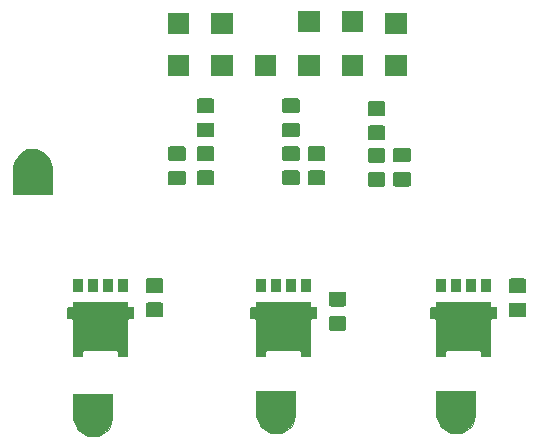
<source format=gbr>
G04 #@! TF.GenerationSoftware,KiCad,Pcbnew,(5.1.4)-1*
G04 #@! TF.CreationDate,2019-11-24T23:21:18+05:30*
G04 #@! TF.ProjectId,half_bridge_fd6288_v3.0,68616c66-5f62-4726-9964-67655f666436,rev?*
G04 #@! TF.SameCoordinates,Original*
G04 #@! TF.FileFunction,Soldermask,Bot*
G04 #@! TF.FilePolarity,Negative*
%FSLAX46Y46*%
G04 Gerber Fmt 4.6, Leading zero omitted, Abs format (unit mm)*
G04 Created by KiCad (PCBNEW (5.1.4)-1) date 2019-11-24 23:21:18*
%MOMM*%
%LPD*%
G04 APERTURE LIST*
%ADD10C,0.100000*%
%ADD11C,0.150000*%
G04 APERTURE END LIST*
D10*
G36*
X40386000Y-98679000D02*
G01*
X40894000Y-99187000D01*
X41148000Y-99949000D01*
X41148000Y-102235000D01*
X37846000Y-102235000D01*
X37846000Y-99822000D01*
X37973000Y-99441000D01*
X38227000Y-99060000D01*
X38608000Y-98679000D01*
X38989000Y-98425000D01*
X39751000Y-98425000D01*
X40386000Y-98679000D01*
G37*
X40386000Y-98679000D02*
X40894000Y-99187000D01*
X41148000Y-99949000D01*
X41148000Y-102235000D01*
X37846000Y-102235000D01*
X37846000Y-99822000D01*
X37973000Y-99441000D01*
X38227000Y-99060000D01*
X38608000Y-98679000D01*
X38989000Y-98425000D01*
X39751000Y-98425000D01*
X40386000Y-98679000D01*
G36*
X46228000Y-121285000D02*
G01*
X45974000Y-122110500D01*
X45085000Y-122682000D01*
X44069000Y-122682000D01*
X43307000Y-122174000D01*
X42926000Y-121285000D01*
X42926000Y-119126000D01*
X46228000Y-119126000D01*
X46228000Y-121285000D01*
G37*
X46228000Y-121285000D02*
X45974000Y-122110500D01*
X45085000Y-122682000D01*
X44069000Y-122682000D01*
X43307000Y-122174000D01*
X42926000Y-121285000D01*
X42926000Y-119126000D01*
X46228000Y-119126000D01*
X46228000Y-121285000D01*
G36*
X61722000Y-121031000D02*
G01*
X61468000Y-121856500D01*
X60579000Y-122428000D01*
X59563000Y-122428000D01*
X58801000Y-121920000D01*
X58420000Y-121031000D01*
X58420000Y-118872000D01*
X61722000Y-118872000D01*
X61722000Y-121031000D01*
G37*
X61722000Y-121031000D02*
X61468000Y-121856500D01*
X60579000Y-122428000D01*
X59563000Y-122428000D01*
X58801000Y-121920000D01*
X58420000Y-121031000D01*
X58420000Y-118872000D01*
X61722000Y-118872000D01*
X61722000Y-121031000D01*
G36*
X76962000Y-121031000D02*
G01*
X76708000Y-121856500D01*
X75819000Y-122428000D01*
X74803000Y-122428000D01*
X74041000Y-121920000D01*
X73660000Y-121031000D01*
X73660000Y-118872000D01*
X76962000Y-118872000D01*
X76962000Y-121031000D01*
G37*
X76962000Y-121031000D02*
X76708000Y-121856500D01*
X75819000Y-122428000D01*
X74803000Y-122428000D01*
X74041000Y-121920000D01*
X73660000Y-121031000D01*
X73660000Y-118872000D01*
X76962000Y-118872000D01*
X76962000Y-121031000D01*
D11*
G36*
X78235999Y-111395737D02*
G01*
X78245608Y-111398652D01*
X78254472Y-111403390D01*
X78262237Y-111409763D01*
X78268610Y-111417528D01*
X78273348Y-111426392D01*
X78276263Y-111436001D01*
X78277852Y-111452140D01*
X78277852Y-111649149D01*
X78280254Y-111673535D01*
X78287367Y-111696984D01*
X78298918Y-111718595D01*
X78314463Y-111737537D01*
X78333405Y-111753082D01*
X78355016Y-111764633D01*
X78378465Y-111771746D01*
X78402851Y-111774148D01*
X78714860Y-111774148D01*
X78730999Y-111775737D01*
X78740608Y-111778652D01*
X78749472Y-111783390D01*
X78757237Y-111789763D01*
X78763610Y-111797528D01*
X78768348Y-111806392D01*
X78771263Y-111816001D01*
X78772852Y-111832140D01*
X78772852Y-112769860D01*
X78771263Y-112785999D01*
X78768348Y-112795608D01*
X78763610Y-112804472D01*
X78757237Y-112812237D01*
X78749472Y-112818610D01*
X78740608Y-112823348D01*
X78730999Y-112826263D01*
X78714860Y-112827852D01*
X78402851Y-112827852D01*
X78378465Y-112830254D01*
X78355016Y-112837367D01*
X78333405Y-112848918D01*
X78314463Y-112864463D01*
X78298918Y-112883405D01*
X78287367Y-112905016D01*
X78280254Y-112928465D01*
X78277852Y-112952851D01*
X78277852Y-115969860D01*
X78276263Y-115985999D01*
X78273348Y-115995608D01*
X78268610Y-116004472D01*
X78262237Y-116012237D01*
X78254472Y-116018610D01*
X78245608Y-116023348D01*
X78235999Y-116026263D01*
X78219860Y-116027852D01*
X77482140Y-116027852D01*
X77466001Y-116026263D01*
X77456392Y-116023348D01*
X77447528Y-116018610D01*
X77439763Y-116012237D01*
X77433390Y-116004472D01*
X77428652Y-115995608D01*
X77425737Y-115985999D01*
X77424148Y-115969860D01*
X77424148Y-115657851D01*
X77421746Y-115633465D01*
X77414633Y-115610016D01*
X77403082Y-115588405D01*
X77387537Y-115569463D01*
X77368595Y-115553918D01*
X77346984Y-115542367D01*
X77323535Y-115535254D01*
X77299149Y-115532852D01*
X74592851Y-115532852D01*
X74568465Y-115535254D01*
X74545016Y-115542367D01*
X74523405Y-115553918D01*
X74504463Y-115569463D01*
X74488918Y-115588405D01*
X74477367Y-115610016D01*
X74470254Y-115633465D01*
X74467852Y-115657851D01*
X74467852Y-115969860D01*
X74466263Y-115985999D01*
X74463348Y-115995608D01*
X74458610Y-116004472D01*
X74452237Y-116012237D01*
X74444472Y-116018610D01*
X74435608Y-116023348D01*
X74425999Y-116026263D01*
X74409860Y-116027852D01*
X73672140Y-116027852D01*
X73656001Y-116026263D01*
X73646392Y-116023348D01*
X73637528Y-116018610D01*
X73629763Y-116012237D01*
X73623390Y-116004472D01*
X73618652Y-115995608D01*
X73615737Y-115985999D01*
X73614148Y-115969860D01*
X73614148Y-112952851D01*
X73611746Y-112928465D01*
X73604633Y-112905016D01*
X73593082Y-112883405D01*
X73577537Y-112864463D01*
X73558595Y-112848918D01*
X73536984Y-112837367D01*
X73513535Y-112830254D01*
X73489149Y-112827852D01*
X73177140Y-112827852D01*
X73161001Y-112826263D01*
X73151392Y-112823348D01*
X73142528Y-112818610D01*
X73134763Y-112812237D01*
X73128390Y-112804472D01*
X73123652Y-112795608D01*
X73120737Y-112785999D01*
X73119148Y-112769860D01*
X73119148Y-111877140D01*
X73120737Y-111861001D01*
X73123652Y-111851392D01*
X73128390Y-111842528D01*
X73134763Y-111834763D01*
X73142528Y-111828390D01*
X73151392Y-111823652D01*
X73161001Y-111820737D01*
X73177140Y-111819148D01*
X73489149Y-111819148D01*
X73513535Y-111816746D01*
X73536984Y-111809633D01*
X73558595Y-111798082D01*
X73577537Y-111782537D01*
X73593082Y-111763595D01*
X73604633Y-111741984D01*
X73611746Y-111718535D01*
X73614148Y-111694149D01*
X73614148Y-111452140D01*
X73615737Y-111436001D01*
X73618652Y-111426392D01*
X73623390Y-111417528D01*
X73629763Y-111409763D01*
X73637528Y-111403390D01*
X73646392Y-111398652D01*
X73656001Y-111395737D01*
X73672140Y-111394148D01*
X78219860Y-111394148D01*
X78235999Y-111395737D01*
X78235999Y-111395737D01*
G37*
G36*
X47501999Y-111395737D02*
G01*
X47511608Y-111398652D01*
X47520472Y-111403390D01*
X47528237Y-111409763D01*
X47534610Y-111417528D01*
X47539348Y-111426392D01*
X47542263Y-111436001D01*
X47543852Y-111452140D01*
X47543852Y-111649149D01*
X47546254Y-111673535D01*
X47553367Y-111696984D01*
X47564918Y-111718595D01*
X47580463Y-111737537D01*
X47599405Y-111753082D01*
X47621016Y-111764633D01*
X47644465Y-111771746D01*
X47668851Y-111774148D01*
X47980860Y-111774148D01*
X47996999Y-111775737D01*
X48006608Y-111778652D01*
X48015472Y-111783390D01*
X48023237Y-111789763D01*
X48029610Y-111797528D01*
X48034348Y-111806392D01*
X48037263Y-111816001D01*
X48038852Y-111832140D01*
X48038852Y-112769860D01*
X48037263Y-112785999D01*
X48034348Y-112795608D01*
X48029610Y-112804472D01*
X48023237Y-112812237D01*
X48015472Y-112818610D01*
X48006608Y-112823348D01*
X47996999Y-112826263D01*
X47980860Y-112827852D01*
X47668851Y-112827852D01*
X47644465Y-112830254D01*
X47621016Y-112837367D01*
X47599405Y-112848918D01*
X47580463Y-112864463D01*
X47564918Y-112883405D01*
X47553367Y-112905016D01*
X47546254Y-112928465D01*
X47543852Y-112952851D01*
X47543852Y-115969860D01*
X47542263Y-115985999D01*
X47539348Y-115995608D01*
X47534610Y-116004472D01*
X47528237Y-116012237D01*
X47520472Y-116018610D01*
X47511608Y-116023348D01*
X47501999Y-116026263D01*
X47485860Y-116027852D01*
X46748140Y-116027852D01*
X46732001Y-116026263D01*
X46722392Y-116023348D01*
X46713528Y-116018610D01*
X46705763Y-116012237D01*
X46699390Y-116004472D01*
X46694652Y-115995608D01*
X46691737Y-115985999D01*
X46690148Y-115969860D01*
X46690148Y-115657851D01*
X46687746Y-115633465D01*
X46680633Y-115610016D01*
X46669082Y-115588405D01*
X46653537Y-115569463D01*
X46634595Y-115553918D01*
X46612984Y-115542367D01*
X46589535Y-115535254D01*
X46565149Y-115532852D01*
X43858851Y-115532852D01*
X43834465Y-115535254D01*
X43811016Y-115542367D01*
X43789405Y-115553918D01*
X43770463Y-115569463D01*
X43754918Y-115588405D01*
X43743367Y-115610016D01*
X43736254Y-115633465D01*
X43733852Y-115657851D01*
X43733852Y-115969860D01*
X43732263Y-115985999D01*
X43729348Y-115995608D01*
X43724610Y-116004472D01*
X43718237Y-116012237D01*
X43710472Y-116018610D01*
X43701608Y-116023348D01*
X43691999Y-116026263D01*
X43675860Y-116027852D01*
X42938140Y-116027852D01*
X42922001Y-116026263D01*
X42912392Y-116023348D01*
X42903528Y-116018610D01*
X42895763Y-116012237D01*
X42889390Y-116004472D01*
X42884652Y-115995608D01*
X42881737Y-115985999D01*
X42880148Y-115969860D01*
X42880148Y-112952851D01*
X42877746Y-112928465D01*
X42870633Y-112905016D01*
X42859082Y-112883405D01*
X42843537Y-112864463D01*
X42824595Y-112848918D01*
X42802984Y-112837367D01*
X42779535Y-112830254D01*
X42755149Y-112827852D01*
X42443140Y-112827852D01*
X42427001Y-112826263D01*
X42417392Y-112823348D01*
X42408528Y-112818610D01*
X42400763Y-112812237D01*
X42394390Y-112804472D01*
X42389652Y-112795608D01*
X42386737Y-112785999D01*
X42385148Y-112769860D01*
X42385148Y-111877140D01*
X42386737Y-111861001D01*
X42389652Y-111851392D01*
X42394390Y-111842528D01*
X42400763Y-111834763D01*
X42408528Y-111828390D01*
X42417392Y-111823652D01*
X42427001Y-111820737D01*
X42443140Y-111819148D01*
X42755149Y-111819148D01*
X42779535Y-111816746D01*
X42802984Y-111809633D01*
X42824595Y-111798082D01*
X42843537Y-111782537D01*
X42859082Y-111763595D01*
X42870633Y-111741984D01*
X42877746Y-111718535D01*
X42880148Y-111694149D01*
X42880148Y-111452140D01*
X42881737Y-111436001D01*
X42884652Y-111426392D01*
X42889390Y-111417528D01*
X42895763Y-111409763D01*
X42903528Y-111403390D01*
X42912392Y-111398652D01*
X42922001Y-111395737D01*
X42938140Y-111394148D01*
X47485860Y-111394148D01*
X47501999Y-111395737D01*
X47501999Y-111395737D01*
G37*
G36*
X62995999Y-111395737D02*
G01*
X63005608Y-111398652D01*
X63014472Y-111403390D01*
X63022237Y-111409763D01*
X63028610Y-111417528D01*
X63033348Y-111426392D01*
X63036263Y-111436001D01*
X63037852Y-111452140D01*
X63037852Y-111649149D01*
X63040254Y-111673535D01*
X63047367Y-111696984D01*
X63058918Y-111718595D01*
X63074463Y-111737537D01*
X63093405Y-111753082D01*
X63115016Y-111764633D01*
X63138465Y-111771746D01*
X63162851Y-111774148D01*
X63474860Y-111774148D01*
X63490999Y-111775737D01*
X63500608Y-111778652D01*
X63509472Y-111783390D01*
X63517237Y-111789763D01*
X63523610Y-111797528D01*
X63528348Y-111806392D01*
X63531263Y-111816001D01*
X63532852Y-111832140D01*
X63532852Y-112769860D01*
X63531263Y-112785999D01*
X63528348Y-112795608D01*
X63523610Y-112804472D01*
X63517237Y-112812237D01*
X63509472Y-112818610D01*
X63500608Y-112823348D01*
X63490999Y-112826263D01*
X63474860Y-112827852D01*
X63162851Y-112827852D01*
X63138465Y-112830254D01*
X63115016Y-112837367D01*
X63093405Y-112848918D01*
X63074463Y-112864463D01*
X63058918Y-112883405D01*
X63047367Y-112905016D01*
X63040254Y-112928465D01*
X63037852Y-112952851D01*
X63037852Y-115969860D01*
X63036263Y-115985999D01*
X63033348Y-115995608D01*
X63028610Y-116004472D01*
X63022237Y-116012237D01*
X63014472Y-116018610D01*
X63005608Y-116023348D01*
X62995999Y-116026263D01*
X62979860Y-116027852D01*
X62242140Y-116027852D01*
X62226001Y-116026263D01*
X62216392Y-116023348D01*
X62207528Y-116018610D01*
X62199763Y-116012237D01*
X62193390Y-116004472D01*
X62188652Y-115995608D01*
X62185737Y-115985999D01*
X62184148Y-115969860D01*
X62184148Y-115657851D01*
X62181746Y-115633465D01*
X62174633Y-115610016D01*
X62163082Y-115588405D01*
X62147537Y-115569463D01*
X62128595Y-115553918D01*
X62106984Y-115542367D01*
X62083535Y-115535254D01*
X62059149Y-115532852D01*
X59352851Y-115532852D01*
X59328465Y-115535254D01*
X59305016Y-115542367D01*
X59283405Y-115553918D01*
X59264463Y-115569463D01*
X59248918Y-115588405D01*
X59237367Y-115610016D01*
X59230254Y-115633465D01*
X59227852Y-115657851D01*
X59227852Y-115969860D01*
X59226263Y-115985999D01*
X59223348Y-115995608D01*
X59218610Y-116004472D01*
X59212237Y-116012237D01*
X59204472Y-116018610D01*
X59195608Y-116023348D01*
X59185999Y-116026263D01*
X59169860Y-116027852D01*
X58432140Y-116027852D01*
X58416001Y-116026263D01*
X58406392Y-116023348D01*
X58397528Y-116018610D01*
X58389763Y-116012237D01*
X58383390Y-116004472D01*
X58378652Y-115995608D01*
X58375737Y-115985999D01*
X58374148Y-115969860D01*
X58374148Y-112952851D01*
X58371746Y-112928465D01*
X58364633Y-112905016D01*
X58353082Y-112883405D01*
X58337537Y-112864463D01*
X58318595Y-112848918D01*
X58296984Y-112837367D01*
X58273535Y-112830254D01*
X58249149Y-112827852D01*
X57937140Y-112827852D01*
X57921001Y-112826263D01*
X57911392Y-112823348D01*
X57902528Y-112818610D01*
X57894763Y-112812237D01*
X57888390Y-112804472D01*
X57883652Y-112795608D01*
X57880737Y-112785999D01*
X57879148Y-112769860D01*
X57879148Y-111877140D01*
X57880737Y-111861001D01*
X57883652Y-111851392D01*
X57888390Y-111842528D01*
X57894763Y-111834763D01*
X57902528Y-111828390D01*
X57911392Y-111823652D01*
X57921001Y-111820737D01*
X57937140Y-111819148D01*
X58249149Y-111819148D01*
X58273535Y-111816746D01*
X58296984Y-111809633D01*
X58318595Y-111798082D01*
X58337537Y-111782537D01*
X58353082Y-111763595D01*
X58364633Y-111741984D01*
X58371746Y-111718535D01*
X58374148Y-111694149D01*
X58374148Y-111452140D01*
X58375737Y-111436001D01*
X58378652Y-111426392D01*
X58383390Y-111417528D01*
X58389763Y-111409763D01*
X58397528Y-111403390D01*
X58406392Y-111398652D01*
X58416001Y-111395737D01*
X58432140Y-111394148D01*
X62979860Y-111394148D01*
X62995999Y-111395737D01*
X62995999Y-111395737D01*
G37*
G36*
X65866674Y-112544465D02*
G01*
X65904367Y-112555899D01*
X65939103Y-112574466D01*
X65969548Y-112599452D01*
X65994534Y-112629897D01*
X66013101Y-112664633D01*
X66024535Y-112702326D01*
X66029000Y-112747661D01*
X66029000Y-113584339D01*
X66024535Y-113629674D01*
X66013101Y-113667367D01*
X65994534Y-113702103D01*
X65969548Y-113732548D01*
X65939103Y-113757534D01*
X65904367Y-113776101D01*
X65866674Y-113787535D01*
X65821339Y-113792000D01*
X64734661Y-113792000D01*
X64689326Y-113787535D01*
X64651633Y-113776101D01*
X64616897Y-113757534D01*
X64586452Y-113732548D01*
X64561466Y-113702103D01*
X64542899Y-113667367D01*
X64531465Y-113629674D01*
X64527000Y-113584339D01*
X64527000Y-112747661D01*
X64531465Y-112702326D01*
X64542899Y-112664633D01*
X64561466Y-112629897D01*
X64586452Y-112599452D01*
X64616897Y-112574466D01*
X64651633Y-112555899D01*
X64689326Y-112544465D01*
X64734661Y-112540000D01*
X65821339Y-112540000D01*
X65866674Y-112544465D01*
X65866674Y-112544465D01*
G37*
G36*
X81106674Y-111410465D02*
G01*
X81144367Y-111421899D01*
X81179103Y-111440466D01*
X81209548Y-111465452D01*
X81234534Y-111495897D01*
X81253101Y-111530633D01*
X81264535Y-111568326D01*
X81269000Y-111613661D01*
X81269000Y-112450339D01*
X81264535Y-112495674D01*
X81253101Y-112533367D01*
X81234534Y-112568103D01*
X81209548Y-112598548D01*
X81179103Y-112623534D01*
X81144367Y-112642101D01*
X81106674Y-112653535D01*
X81061339Y-112658000D01*
X79974661Y-112658000D01*
X79929326Y-112653535D01*
X79891633Y-112642101D01*
X79856897Y-112623534D01*
X79826452Y-112598548D01*
X79801466Y-112568103D01*
X79782899Y-112533367D01*
X79771465Y-112495674D01*
X79767000Y-112450339D01*
X79767000Y-111613661D01*
X79771465Y-111568326D01*
X79782899Y-111530633D01*
X79801466Y-111495897D01*
X79826452Y-111465452D01*
X79856897Y-111440466D01*
X79891633Y-111421899D01*
X79929326Y-111410465D01*
X79974661Y-111406000D01*
X81061339Y-111406000D01*
X81106674Y-111410465D01*
X81106674Y-111410465D01*
G37*
G36*
X50372674Y-111392465D02*
G01*
X50410367Y-111403899D01*
X50445103Y-111422466D01*
X50475548Y-111447452D01*
X50500534Y-111477897D01*
X50519101Y-111512633D01*
X50530535Y-111550326D01*
X50535000Y-111595661D01*
X50535000Y-112432339D01*
X50530535Y-112477674D01*
X50519101Y-112515367D01*
X50500534Y-112550103D01*
X50475548Y-112580548D01*
X50445103Y-112605534D01*
X50410367Y-112624101D01*
X50372674Y-112635535D01*
X50327339Y-112640000D01*
X49240661Y-112640000D01*
X49195326Y-112635535D01*
X49157633Y-112624101D01*
X49122897Y-112605534D01*
X49092452Y-112580548D01*
X49067466Y-112550103D01*
X49048899Y-112515367D01*
X49037465Y-112477674D01*
X49033000Y-112432339D01*
X49033000Y-111595661D01*
X49037465Y-111550326D01*
X49048899Y-111512633D01*
X49067466Y-111477897D01*
X49092452Y-111447452D01*
X49122897Y-111422466D01*
X49157633Y-111403899D01*
X49195326Y-111392465D01*
X49240661Y-111388000D01*
X50327339Y-111388000D01*
X50372674Y-111392465D01*
X50372674Y-111392465D01*
G37*
G36*
X65866674Y-110494465D02*
G01*
X65904367Y-110505899D01*
X65939103Y-110524466D01*
X65969548Y-110549452D01*
X65994534Y-110579897D01*
X66013101Y-110614633D01*
X66024535Y-110652326D01*
X66029000Y-110697661D01*
X66029000Y-111534339D01*
X66024535Y-111579674D01*
X66013101Y-111617367D01*
X65994534Y-111652103D01*
X65969548Y-111682548D01*
X65939103Y-111707534D01*
X65904367Y-111726101D01*
X65866674Y-111737535D01*
X65821339Y-111742000D01*
X64734661Y-111742000D01*
X64689326Y-111737535D01*
X64651633Y-111726101D01*
X64616897Y-111707534D01*
X64586452Y-111682548D01*
X64561466Y-111652103D01*
X64542899Y-111617367D01*
X64531465Y-111579674D01*
X64527000Y-111534339D01*
X64527000Y-110697661D01*
X64531465Y-110652326D01*
X64542899Y-110614633D01*
X64561466Y-110579897D01*
X64586452Y-110549452D01*
X64616897Y-110524466D01*
X64651633Y-110505899D01*
X64689326Y-110494465D01*
X64734661Y-110490000D01*
X65821339Y-110490000D01*
X65866674Y-110494465D01*
X65866674Y-110494465D01*
G37*
G36*
X81106674Y-109360465D02*
G01*
X81144367Y-109371899D01*
X81179103Y-109390466D01*
X81209548Y-109415452D01*
X81234534Y-109445897D01*
X81253101Y-109480633D01*
X81264535Y-109518326D01*
X81269000Y-109563661D01*
X81269000Y-110400339D01*
X81264535Y-110445674D01*
X81253101Y-110483367D01*
X81234534Y-110518103D01*
X81209548Y-110548548D01*
X81179103Y-110573534D01*
X81144367Y-110592101D01*
X81106674Y-110603535D01*
X81061339Y-110608000D01*
X79974661Y-110608000D01*
X79929326Y-110603535D01*
X79891633Y-110592101D01*
X79856897Y-110573534D01*
X79826452Y-110548548D01*
X79801466Y-110518103D01*
X79782899Y-110483367D01*
X79771465Y-110445674D01*
X79767000Y-110400339D01*
X79767000Y-109563661D01*
X79771465Y-109518326D01*
X79782899Y-109480633D01*
X79801466Y-109445897D01*
X79826452Y-109415452D01*
X79856897Y-109390466D01*
X79891633Y-109371899D01*
X79929326Y-109360465D01*
X79974661Y-109356000D01*
X81061339Y-109356000D01*
X81106674Y-109360465D01*
X81106674Y-109360465D01*
G37*
G36*
X50372674Y-109342465D02*
G01*
X50410367Y-109353899D01*
X50445103Y-109372466D01*
X50475548Y-109397452D01*
X50500534Y-109427897D01*
X50519101Y-109462633D01*
X50530535Y-109500326D01*
X50535000Y-109545661D01*
X50535000Y-110382339D01*
X50530535Y-110427674D01*
X50519101Y-110465367D01*
X50500534Y-110500103D01*
X50475548Y-110530548D01*
X50445103Y-110555534D01*
X50410367Y-110574101D01*
X50372674Y-110585535D01*
X50327339Y-110590000D01*
X49240661Y-110590000D01*
X49195326Y-110585535D01*
X49157633Y-110574101D01*
X49122897Y-110555534D01*
X49092452Y-110530548D01*
X49067466Y-110500103D01*
X49048899Y-110465367D01*
X49037465Y-110427674D01*
X49033000Y-110382339D01*
X49033000Y-109545661D01*
X49037465Y-109500326D01*
X49048899Y-109462633D01*
X49067466Y-109427897D01*
X49092452Y-109397452D01*
X49122897Y-109372466D01*
X49157633Y-109353899D01*
X49195326Y-109342465D01*
X49240661Y-109338000D01*
X50327339Y-109338000D01*
X50372674Y-109342465D01*
X50372674Y-109342465D01*
G37*
G36*
X59227000Y-110532000D02*
G01*
X58375000Y-110532000D01*
X58375000Y-109430000D01*
X59227000Y-109430000D01*
X59227000Y-110532000D01*
X59227000Y-110532000D01*
G37*
G36*
X47543000Y-110532000D02*
G01*
X46691000Y-110532000D01*
X46691000Y-109430000D01*
X47543000Y-109430000D01*
X47543000Y-110532000D01*
X47543000Y-110532000D01*
G37*
G36*
X46273000Y-110532000D02*
G01*
X45421000Y-110532000D01*
X45421000Y-109430000D01*
X46273000Y-109430000D01*
X46273000Y-110532000D01*
X46273000Y-110532000D01*
G37*
G36*
X45003000Y-110532000D02*
G01*
X44151000Y-110532000D01*
X44151000Y-109430000D01*
X45003000Y-109430000D01*
X45003000Y-110532000D01*
X45003000Y-110532000D01*
G37*
G36*
X43733000Y-110532000D02*
G01*
X42881000Y-110532000D01*
X42881000Y-109430000D01*
X43733000Y-109430000D01*
X43733000Y-110532000D01*
X43733000Y-110532000D01*
G37*
G36*
X74467000Y-110532000D02*
G01*
X73615000Y-110532000D01*
X73615000Y-109430000D01*
X74467000Y-109430000D01*
X74467000Y-110532000D01*
X74467000Y-110532000D01*
G37*
G36*
X63037000Y-110532000D02*
G01*
X62185000Y-110532000D01*
X62185000Y-109430000D01*
X63037000Y-109430000D01*
X63037000Y-110532000D01*
X63037000Y-110532000D01*
G37*
G36*
X61767000Y-110532000D02*
G01*
X60915000Y-110532000D01*
X60915000Y-109430000D01*
X61767000Y-109430000D01*
X61767000Y-110532000D01*
X61767000Y-110532000D01*
G37*
G36*
X60497000Y-110532000D02*
G01*
X59645000Y-110532000D01*
X59645000Y-109430000D01*
X60497000Y-109430000D01*
X60497000Y-110532000D01*
X60497000Y-110532000D01*
G37*
G36*
X75737000Y-110532000D02*
G01*
X74885000Y-110532000D01*
X74885000Y-109430000D01*
X75737000Y-109430000D01*
X75737000Y-110532000D01*
X75737000Y-110532000D01*
G37*
G36*
X77007000Y-110532000D02*
G01*
X76155000Y-110532000D01*
X76155000Y-109430000D01*
X77007000Y-109430000D01*
X77007000Y-110532000D01*
X77007000Y-110532000D01*
G37*
G36*
X78277000Y-110532000D02*
G01*
X77425000Y-110532000D01*
X77425000Y-109430000D01*
X78277000Y-109430000D01*
X78277000Y-110532000D01*
X78277000Y-110532000D01*
G37*
G36*
X69168674Y-100361465D02*
G01*
X69206367Y-100372899D01*
X69241103Y-100391466D01*
X69271548Y-100416452D01*
X69296534Y-100446897D01*
X69315101Y-100481633D01*
X69326535Y-100519326D01*
X69331000Y-100564661D01*
X69331000Y-101401339D01*
X69326535Y-101446674D01*
X69315101Y-101484367D01*
X69296534Y-101519103D01*
X69271548Y-101549548D01*
X69241103Y-101574534D01*
X69206367Y-101593101D01*
X69168674Y-101604535D01*
X69123339Y-101609000D01*
X68036661Y-101609000D01*
X67991326Y-101604535D01*
X67953633Y-101593101D01*
X67918897Y-101574534D01*
X67888452Y-101549548D01*
X67863466Y-101519103D01*
X67844899Y-101484367D01*
X67833465Y-101446674D01*
X67829000Y-101401339D01*
X67829000Y-100564661D01*
X67833465Y-100519326D01*
X67844899Y-100481633D01*
X67863466Y-100446897D01*
X67888452Y-100416452D01*
X67918897Y-100391466D01*
X67953633Y-100372899D01*
X67991326Y-100361465D01*
X68036661Y-100357000D01*
X69123339Y-100357000D01*
X69168674Y-100361465D01*
X69168674Y-100361465D01*
G37*
G36*
X71327674Y-100343465D02*
G01*
X71365367Y-100354899D01*
X71400103Y-100373466D01*
X71430548Y-100398452D01*
X71455534Y-100428897D01*
X71474101Y-100463633D01*
X71485535Y-100501326D01*
X71490000Y-100546661D01*
X71490000Y-101383339D01*
X71485535Y-101428674D01*
X71474101Y-101466367D01*
X71455534Y-101501103D01*
X71430548Y-101531548D01*
X71400103Y-101556534D01*
X71365367Y-101575101D01*
X71327674Y-101586535D01*
X71282339Y-101591000D01*
X70195661Y-101591000D01*
X70150326Y-101586535D01*
X70112633Y-101575101D01*
X70077897Y-101556534D01*
X70047452Y-101531548D01*
X70022466Y-101501103D01*
X70003899Y-101466367D01*
X69992465Y-101428674D01*
X69988000Y-101383339D01*
X69988000Y-100546661D01*
X69992465Y-100501326D01*
X70003899Y-100463633D01*
X70022466Y-100428897D01*
X70047452Y-100398452D01*
X70077897Y-100373466D01*
X70112633Y-100354899D01*
X70150326Y-100343465D01*
X70195661Y-100339000D01*
X71282339Y-100339000D01*
X71327674Y-100343465D01*
X71327674Y-100343465D01*
G37*
G36*
X52277674Y-100234465D02*
G01*
X52315367Y-100245899D01*
X52350103Y-100264466D01*
X52380548Y-100289452D01*
X52405534Y-100319897D01*
X52424101Y-100354633D01*
X52435535Y-100392326D01*
X52440000Y-100437661D01*
X52440000Y-101274339D01*
X52435535Y-101319674D01*
X52424101Y-101357367D01*
X52405534Y-101392103D01*
X52380548Y-101422548D01*
X52350103Y-101447534D01*
X52315367Y-101466101D01*
X52277674Y-101477535D01*
X52232339Y-101482000D01*
X51145661Y-101482000D01*
X51100326Y-101477535D01*
X51062633Y-101466101D01*
X51027897Y-101447534D01*
X50997452Y-101422548D01*
X50972466Y-101392103D01*
X50953899Y-101357367D01*
X50942465Y-101319674D01*
X50938000Y-101274339D01*
X50938000Y-100437661D01*
X50942465Y-100392326D01*
X50953899Y-100354633D01*
X50972466Y-100319897D01*
X50997452Y-100289452D01*
X51027897Y-100264466D01*
X51062633Y-100245899D01*
X51100326Y-100234465D01*
X51145661Y-100230000D01*
X52232339Y-100230000D01*
X52277674Y-100234465D01*
X52277674Y-100234465D01*
G37*
G36*
X54690674Y-100216465D02*
G01*
X54728367Y-100227899D01*
X54763103Y-100246466D01*
X54793548Y-100271452D01*
X54818534Y-100301897D01*
X54837101Y-100336633D01*
X54848535Y-100374326D01*
X54853000Y-100419661D01*
X54853000Y-101256339D01*
X54848535Y-101301674D01*
X54837101Y-101339367D01*
X54818534Y-101374103D01*
X54793548Y-101404548D01*
X54763103Y-101429534D01*
X54728367Y-101448101D01*
X54690674Y-101459535D01*
X54645339Y-101464000D01*
X53558661Y-101464000D01*
X53513326Y-101459535D01*
X53475633Y-101448101D01*
X53440897Y-101429534D01*
X53410452Y-101404548D01*
X53385466Y-101374103D01*
X53366899Y-101339367D01*
X53355465Y-101301674D01*
X53351000Y-101256339D01*
X53351000Y-100419661D01*
X53355465Y-100374326D01*
X53366899Y-100336633D01*
X53385466Y-100301897D01*
X53410452Y-100271452D01*
X53440897Y-100246466D01*
X53475633Y-100227899D01*
X53513326Y-100216465D01*
X53558661Y-100212000D01*
X54645339Y-100212000D01*
X54690674Y-100216465D01*
X54690674Y-100216465D01*
G37*
G36*
X64088674Y-100216465D02*
G01*
X64126367Y-100227899D01*
X64161103Y-100246466D01*
X64191548Y-100271452D01*
X64216534Y-100301897D01*
X64235101Y-100336633D01*
X64246535Y-100374326D01*
X64251000Y-100419661D01*
X64251000Y-101256339D01*
X64246535Y-101301674D01*
X64235101Y-101339367D01*
X64216534Y-101374103D01*
X64191548Y-101404548D01*
X64161103Y-101429534D01*
X64126367Y-101448101D01*
X64088674Y-101459535D01*
X64043339Y-101464000D01*
X62956661Y-101464000D01*
X62911326Y-101459535D01*
X62873633Y-101448101D01*
X62838897Y-101429534D01*
X62808452Y-101404548D01*
X62783466Y-101374103D01*
X62764899Y-101339367D01*
X62753465Y-101301674D01*
X62749000Y-101256339D01*
X62749000Y-100419661D01*
X62753465Y-100374326D01*
X62764899Y-100336633D01*
X62783466Y-100301897D01*
X62808452Y-100271452D01*
X62838897Y-100246466D01*
X62873633Y-100227899D01*
X62911326Y-100216465D01*
X62956661Y-100212000D01*
X64043339Y-100212000D01*
X64088674Y-100216465D01*
X64088674Y-100216465D01*
G37*
G36*
X61929674Y-100216465D02*
G01*
X61967367Y-100227899D01*
X62002103Y-100246466D01*
X62032548Y-100271452D01*
X62057534Y-100301897D01*
X62076101Y-100336633D01*
X62087535Y-100374326D01*
X62092000Y-100419661D01*
X62092000Y-101256339D01*
X62087535Y-101301674D01*
X62076101Y-101339367D01*
X62057534Y-101374103D01*
X62032548Y-101404548D01*
X62002103Y-101429534D01*
X61967367Y-101448101D01*
X61929674Y-101459535D01*
X61884339Y-101464000D01*
X60797661Y-101464000D01*
X60752326Y-101459535D01*
X60714633Y-101448101D01*
X60679897Y-101429534D01*
X60649452Y-101404548D01*
X60624466Y-101374103D01*
X60605899Y-101339367D01*
X60594465Y-101301674D01*
X60590000Y-101256339D01*
X60590000Y-100419661D01*
X60594465Y-100374326D01*
X60605899Y-100336633D01*
X60624466Y-100301897D01*
X60649452Y-100271452D01*
X60679897Y-100246466D01*
X60714633Y-100227899D01*
X60752326Y-100216465D01*
X60797661Y-100212000D01*
X61884339Y-100212000D01*
X61929674Y-100216465D01*
X61929674Y-100216465D01*
G37*
G36*
X69168674Y-98311465D02*
G01*
X69206367Y-98322899D01*
X69241103Y-98341466D01*
X69271548Y-98366452D01*
X69296534Y-98396897D01*
X69315101Y-98431633D01*
X69326535Y-98469326D01*
X69331000Y-98514661D01*
X69331000Y-99351339D01*
X69326535Y-99396674D01*
X69315101Y-99434367D01*
X69296534Y-99469103D01*
X69271548Y-99499548D01*
X69241103Y-99524534D01*
X69206367Y-99543101D01*
X69168674Y-99554535D01*
X69123339Y-99559000D01*
X68036661Y-99559000D01*
X67991326Y-99554535D01*
X67953633Y-99543101D01*
X67918897Y-99524534D01*
X67888452Y-99499548D01*
X67863466Y-99469103D01*
X67844899Y-99434367D01*
X67833465Y-99396674D01*
X67829000Y-99351339D01*
X67829000Y-98514661D01*
X67833465Y-98469326D01*
X67844899Y-98431633D01*
X67863466Y-98396897D01*
X67888452Y-98366452D01*
X67918897Y-98341466D01*
X67953633Y-98322899D01*
X67991326Y-98311465D01*
X68036661Y-98307000D01*
X69123339Y-98307000D01*
X69168674Y-98311465D01*
X69168674Y-98311465D01*
G37*
G36*
X71327674Y-98293465D02*
G01*
X71365367Y-98304899D01*
X71400103Y-98323466D01*
X71430548Y-98348452D01*
X71455534Y-98378897D01*
X71474101Y-98413633D01*
X71485535Y-98451326D01*
X71490000Y-98496661D01*
X71490000Y-99333339D01*
X71485535Y-99378674D01*
X71474101Y-99416367D01*
X71455534Y-99451103D01*
X71430548Y-99481548D01*
X71400103Y-99506534D01*
X71365367Y-99525101D01*
X71327674Y-99536535D01*
X71282339Y-99541000D01*
X70195661Y-99541000D01*
X70150326Y-99536535D01*
X70112633Y-99525101D01*
X70077897Y-99506534D01*
X70047452Y-99481548D01*
X70022466Y-99451103D01*
X70003899Y-99416367D01*
X69992465Y-99378674D01*
X69988000Y-99333339D01*
X69988000Y-98496661D01*
X69992465Y-98451326D01*
X70003899Y-98413633D01*
X70022466Y-98378897D01*
X70047452Y-98348452D01*
X70077897Y-98323466D01*
X70112633Y-98304899D01*
X70150326Y-98293465D01*
X70195661Y-98289000D01*
X71282339Y-98289000D01*
X71327674Y-98293465D01*
X71327674Y-98293465D01*
G37*
G36*
X52277674Y-98184465D02*
G01*
X52315367Y-98195899D01*
X52350103Y-98214466D01*
X52380548Y-98239452D01*
X52405534Y-98269897D01*
X52424101Y-98304633D01*
X52435535Y-98342326D01*
X52440000Y-98387661D01*
X52440000Y-99224339D01*
X52435535Y-99269674D01*
X52424101Y-99307367D01*
X52405534Y-99342103D01*
X52380548Y-99372548D01*
X52350103Y-99397534D01*
X52315367Y-99416101D01*
X52277674Y-99427535D01*
X52232339Y-99432000D01*
X51145661Y-99432000D01*
X51100326Y-99427535D01*
X51062633Y-99416101D01*
X51027897Y-99397534D01*
X50997452Y-99372548D01*
X50972466Y-99342103D01*
X50953899Y-99307367D01*
X50942465Y-99269674D01*
X50938000Y-99224339D01*
X50938000Y-98387661D01*
X50942465Y-98342326D01*
X50953899Y-98304633D01*
X50972466Y-98269897D01*
X50997452Y-98239452D01*
X51027897Y-98214466D01*
X51062633Y-98195899D01*
X51100326Y-98184465D01*
X51145661Y-98180000D01*
X52232339Y-98180000D01*
X52277674Y-98184465D01*
X52277674Y-98184465D01*
G37*
G36*
X64088674Y-98166465D02*
G01*
X64126367Y-98177899D01*
X64161103Y-98196466D01*
X64191548Y-98221452D01*
X64216534Y-98251897D01*
X64235101Y-98286633D01*
X64246535Y-98324326D01*
X64251000Y-98369661D01*
X64251000Y-99206339D01*
X64246535Y-99251674D01*
X64235101Y-99289367D01*
X64216534Y-99324103D01*
X64191548Y-99354548D01*
X64161103Y-99379534D01*
X64126367Y-99398101D01*
X64088674Y-99409535D01*
X64043339Y-99414000D01*
X62956661Y-99414000D01*
X62911326Y-99409535D01*
X62873633Y-99398101D01*
X62838897Y-99379534D01*
X62808452Y-99354548D01*
X62783466Y-99324103D01*
X62764899Y-99289367D01*
X62753465Y-99251674D01*
X62749000Y-99206339D01*
X62749000Y-98369661D01*
X62753465Y-98324326D01*
X62764899Y-98286633D01*
X62783466Y-98251897D01*
X62808452Y-98221452D01*
X62838897Y-98196466D01*
X62873633Y-98177899D01*
X62911326Y-98166465D01*
X62956661Y-98162000D01*
X64043339Y-98162000D01*
X64088674Y-98166465D01*
X64088674Y-98166465D01*
G37*
G36*
X61929674Y-98166465D02*
G01*
X61967367Y-98177899D01*
X62002103Y-98196466D01*
X62032548Y-98221452D01*
X62057534Y-98251897D01*
X62076101Y-98286633D01*
X62087535Y-98324326D01*
X62092000Y-98369661D01*
X62092000Y-99206339D01*
X62087535Y-99251674D01*
X62076101Y-99289367D01*
X62057534Y-99324103D01*
X62032548Y-99354548D01*
X62002103Y-99379534D01*
X61967367Y-99398101D01*
X61929674Y-99409535D01*
X61884339Y-99414000D01*
X60797661Y-99414000D01*
X60752326Y-99409535D01*
X60714633Y-99398101D01*
X60679897Y-99379534D01*
X60649452Y-99354548D01*
X60624466Y-99324103D01*
X60605899Y-99289367D01*
X60594465Y-99251674D01*
X60590000Y-99206339D01*
X60590000Y-98369661D01*
X60594465Y-98324326D01*
X60605899Y-98286633D01*
X60624466Y-98251897D01*
X60649452Y-98221452D01*
X60679897Y-98196466D01*
X60714633Y-98177899D01*
X60752326Y-98166465D01*
X60797661Y-98162000D01*
X61884339Y-98162000D01*
X61929674Y-98166465D01*
X61929674Y-98166465D01*
G37*
G36*
X54690674Y-98166465D02*
G01*
X54728367Y-98177899D01*
X54763103Y-98196466D01*
X54793548Y-98221452D01*
X54818534Y-98251897D01*
X54837101Y-98286633D01*
X54848535Y-98324326D01*
X54853000Y-98369661D01*
X54853000Y-99206339D01*
X54848535Y-99251674D01*
X54837101Y-99289367D01*
X54818534Y-99324103D01*
X54793548Y-99354548D01*
X54763103Y-99379534D01*
X54728367Y-99398101D01*
X54690674Y-99409535D01*
X54645339Y-99414000D01*
X53558661Y-99414000D01*
X53513326Y-99409535D01*
X53475633Y-99398101D01*
X53440897Y-99379534D01*
X53410452Y-99354548D01*
X53385466Y-99324103D01*
X53366899Y-99289367D01*
X53355465Y-99251674D01*
X53351000Y-99206339D01*
X53351000Y-98369661D01*
X53355465Y-98324326D01*
X53366899Y-98286633D01*
X53385466Y-98251897D01*
X53410452Y-98221452D01*
X53440897Y-98196466D01*
X53475633Y-98177899D01*
X53513326Y-98166465D01*
X53558661Y-98162000D01*
X54645339Y-98162000D01*
X54690674Y-98166465D01*
X54690674Y-98166465D01*
G37*
G36*
X69168674Y-96406465D02*
G01*
X69206367Y-96417899D01*
X69241103Y-96436466D01*
X69271548Y-96461452D01*
X69296534Y-96491897D01*
X69315101Y-96526633D01*
X69326535Y-96564326D01*
X69331000Y-96609661D01*
X69331000Y-97446339D01*
X69326535Y-97491674D01*
X69315101Y-97529367D01*
X69296534Y-97564103D01*
X69271548Y-97594548D01*
X69241103Y-97619534D01*
X69206367Y-97638101D01*
X69168674Y-97649535D01*
X69123339Y-97654000D01*
X68036661Y-97654000D01*
X67991326Y-97649535D01*
X67953633Y-97638101D01*
X67918897Y-97619534D01*
X67888452Y-97594548D01*
X67863466Y-97564103D01*
X67844899Y-97529367D01*
X67833465Y-97491674D01*
X67829000Y-97446339D01*
X67829000Y-96609661D01*
X67833465Y-96564326D01*
X67844899Y-96526633D01*
X67863466Y-96491897D01*
X67888452Y-96461452D01*
X67918897Y-96436466D01*
X67953633Y-96417899D01*
X67991326Y-96406465D01*
X68036661Y-96402000D01*
X69123339Y-96402000D01*
X69168674Y-96406465D01*
X69168674Y-96406465D01*
G37*
G36*
X54690674Y-96170465D02*
G01*
X54728367Y-96181899D01*
X54763103Y-96200466D01*
X54793548Y-96225452D01*
X54818534Y-96255897D01*
X54837101Y-96290633D01*
X54848535Y-96328326D01*
X54853000Y-96373661D01*
X54853000Y-97210339D01*
X54848535Y-97255674D01*
X54837101Y-97293367D01*
X54818534Y-97328103D01*
X54793548Y-97358548D01*
X54763103Y-97383534D01*
X54728367Y-97402101D01*
X54690674Y-97413535D01*
X54645339Y-97418000D01*
X53558661Y-97418000D01*
X53513326Y-97413535D01*
X53475633Y-97402101D01*
X53440897Y-97383534D01*
X53410452Y-97358548D01*
X53385466Y-97328103D01*
X53366899Y-97293367D01*
X53355465Y-97255674D01*
X53351000Y-97210339D01*
X53351000Y-96373661D01*
X53355465Y-96328326D01*
X53366899Y-96290633D01*
X53385466Y-96255897D01*
X53410452Y-96225452D01*
X53440897Y-96200466D01*
X53475633Y-96181899D01*
X53513326Y-96170465D01*
X53558661Y-96166000D01*
X54645339Y-96166000D01*
X54690674Y-96170465D01*
X54690674Y-96170465D01*
G37*
G36*
X61929674Y-96170465D02*
G01*
X61967367Y-96181899D01*
X62002103Y-96200466D01*
X62032548Y-96225452D01*
X62057534Y-96255897D01*
X62076101Y-96290633D01*
X62087535Y-96328326D01*
X62092000Y-96373661D01*
X62092000Y-97210339D01*
X62087535Y-97255674D01*
X62076101Y-97293367D01*
X62057534Y-97328103D01*
X62032548Y-97358548D01*
X62002103Y-97383534D01*
X61967367Y-97402101D01*
X61929674Y-97413535D01*
X61884339Y-97418000D01*
X60797661Y-97418000D01*
X60752326Y-97413535D01*
X60714633Y-97402101D01*
X60679897Y-97383534D01*
X60649452Y-97358548D01*
X60624466Y-97328103D01*
X60605899Y-97293367D01*
X60594465Y-97255674D01*
X60590000Y-97210339D01*
X60590000Y-96373661D01*
X60594465Y-96328326D01*
X60605899Y-96290633D01*
X60624466Y-96255897D01*
X60649452Y-96225452D01*
X60679897Y-96200466D01*
X60714633Y-96181899D01*
X60752326Y-96170465D01*
X60797661Y-96166000D01*
X61884339Y-96166000D01*
X61929674Y-96170465D01*
X61929674Y-96170465D01*
G37*
G36*
X69168674Y-94356465D02*
G01*
X69206367Y-94367899D01*
X69241103Y-94386466D01*
X69271548Y-94411452D01*
X69296534Y-94441897D01*
X69315101Y-94476633D01*
X69326535Y-94514326D01*
X69331000Y-94559661D01*
X69331000Y-95396339D01*
X69326535Y-95441674D01*
X69315101Y-95479367D01*
X69296534Y-95514103D01*
X69271548Y-95544548D01*
X69241103Y-95569534D01*
X69206367Y-95588101D01*
X69168674Y-95599535D01*
X69123339Y-95604000D01*
X68036661Y-95604000D01*
X67991326Y-95599535D01*
X67953633Y-95588101D01*
X67918897Y-95569534D01*
X67888452Y-95544548D01*
X67863466Y-95514103D01*
X67844899Y-95479367D01*
X67833465Y-95441674D01*
X67829000Y-95396339D01*
X67829000Y-94559661D01*
X67833465Y-94514326D01*
X67844899Y-94476633D01*
X67863466Y-94441897D01*
X67888452Y-94411452D01*
X67918897Y-94386466D01*
X67953633Y-94367899D01*
X67991326Y-94356465D01*
X68036661Y-94352000D01*
X69123339Y-94352000D01*
X69168674Y-94356465D01*
X69168674Y-94356465D01*
G37*
G36*
X54690674Y-94120465D02*
G01*
X54728367Y-94131899D01*
X54763103Y-94150466D01*
X54793548Y-94175452D01*
X54818534Y-94205897D01*
X54837101Y-94240633D01*
X54848535Y-94278326D01*
X54853000Y-94323661D01*
X54853000Y-95160339D01*
X54848535Y-95205674D01*
X54837101Y-95243367D01*
X54818534Y-95278103D01*
X54793548Y-95308548D01*
X54763103Y-95333534D01*
X54728367Y-95352101D01*
X54690674Y-95363535D01*
X54645339Y-95368000D01*
X53558661Y-95368000D01*
X53513326Y-95363535D01*
X53475633Y-95352101D01*
X53440897Y-95333534D01*
X53410452Y-95308548D01*
X53385466Y-95278103D01*
X53366899Y-95243367D01*
X53355465Y-95205674D01*
X53351000Y-95160339D01*
X53351000Y-94323661D01*
X53355465Y-94278326D01*
X53366899Y-94240633D01*
X53385466Y-94205897D01*
X53410452Y-94175452D01*
X53440897Y-94150466D01*
X53475633Y-94131899D01*
X53513326Y-94120465D01*
X53558661Y-94116000D01*
X54645339Y-94116000D01*
X54690674Y-94120465D01*
X54690674Y-94120465D01*
G37*
G36*
X61929674Y-94120465D02*
G01*
X61967367Y-94131899D01*
X62002103Y-94150466D01*
X62032548Y-94175452D01*
X62057534Y-94205897D01*
X62076101Y-94240633D01*
X62087535Y-94278326D01*
X62092000Y-94323661D01*
X62092000Y-95160339D01*
X62087535Y-95205674D01*
X62076101Y-95243367D01*
X62057534Y-95278103D01*
X62032548Y-95308548D01*
X62002103Y-95333534D01*
X61967367Y-95352101D01*
X61929674Y-95363535D01*
X61884339Y-95368000D01*
X60797661Y-95368000D01*
X60752326Y-95363535D01*
X60714633Y-95352101D01*
X60679897Y-95333534D01*
X60649452Y-95308548D01*
X60624466Y-95278103D01*
X60605899Y-95243367D01*
X60594465Y-95205674D01*
X60590000Y-95160339D01*
X60590000Y-94323661D01*
X60594465Y-94278326D01*
X60605899Y-94240633D01*
X60624466Y-94205897D01*
X60649452Y-94175452D01*
X60679897Y-94150466D01*
X60714633Y-94131899D01*
X60752326Y-94120465D01*
X60797661Y-94116000D01*
X61884339Y-94116000D01*
X61929674Y-94120465D01*
X61929674Y-94120465D01*
G37*
G36*
X52717000Y-92214000D02*
G01*
X50915000Y-92214000D01*
X50915000Y-90412000D01*
X52717000Y-90412000D01*
X52717000Y-92214000D01*
X52717000Y-92214000D01*
G37*
G36*
X71132000Y-92214000D02*
G01*
X69330000Y-92214000D01*
X69330000Y-90412000D01*
X71132000Y-90412000D01*
X71132000Y-92214000D01*
X71132000Y-92214000D01*
G37*
G36*
X67449000Y-92214000D02*
G01*
X65647000Y-92214000D01*
X65647000Y-90412000D01*
X67449000Y-90412000D01*
X67449000Y-92214000D01*
X67449000Y-92214000D01*
G37*
G36*
X63766000Y-92214000D02*
G01*
X61964000Y-92214000D01*
X61964000Y-90412000D01*
X63766000Y-90412000D01*
X63766000Y-92214000D01*
X63766000Y-92214000D01*
G37*
G36*
X60083000Y-92214000D02*
G01*
X58281000Y-92214000D01*
X58281000Y-90412000D01*
X60083000Y-90412000D01*
X60083000Y-92214000D01*
X60083000Y-92214000D01*
G37*
G36*
X56400000Y-92214000D02*
G01*
X54598000Y-92214000D01*
X54598000Y-90412000D01*
X56400000Y-90412000D01*
X56400000Y-92214000D01*
X56400000Y-92214000D01*
G37*
G36*
X52717000Y-88658000D02*
G01*
X50915000Y-88658000D01*
X50915000Y-86856000D01*
X52717000Y-86856000D01*
X52717000Y-88658000D01*
X52717000Y-88658000D01*
G37*
G36*
X71132000Y-88658000D02*
G01*
X69330000Y-88658000D01*
X69330000Y-86856000D01*
X71132000Y-86856000D01*
X71132000Y-88658000D01*
X71132000Y-88658000D01*
G37*
G36*
X56400000Y-88658000D02*
G01*
X54598000Y-88658000D01*
X54598000Y-86856000D01*
X56400000Y-86856000D01*
X56400000Y-88658000D01*
X56400000Y-88658000D01*
G37*
G36*
X63766000Y-88531000D02*
G01*
X61964000Y-88531000D01*
X61964000Y-86729000D01*
X63766000Y-86729000D01*
X63766000Y-88531000D01*
X63766000Y-88531000D01*
G37*
G36*
X67449000Y-88531000D02*
G01*
X65647000Y-88531000D01*
X65647000Y-86729000D01*
X67449000Y-86729000D01*
X67449000Y-88531000D01*
X67449000Y-88531000D01*
G37*
M02*

</source>
